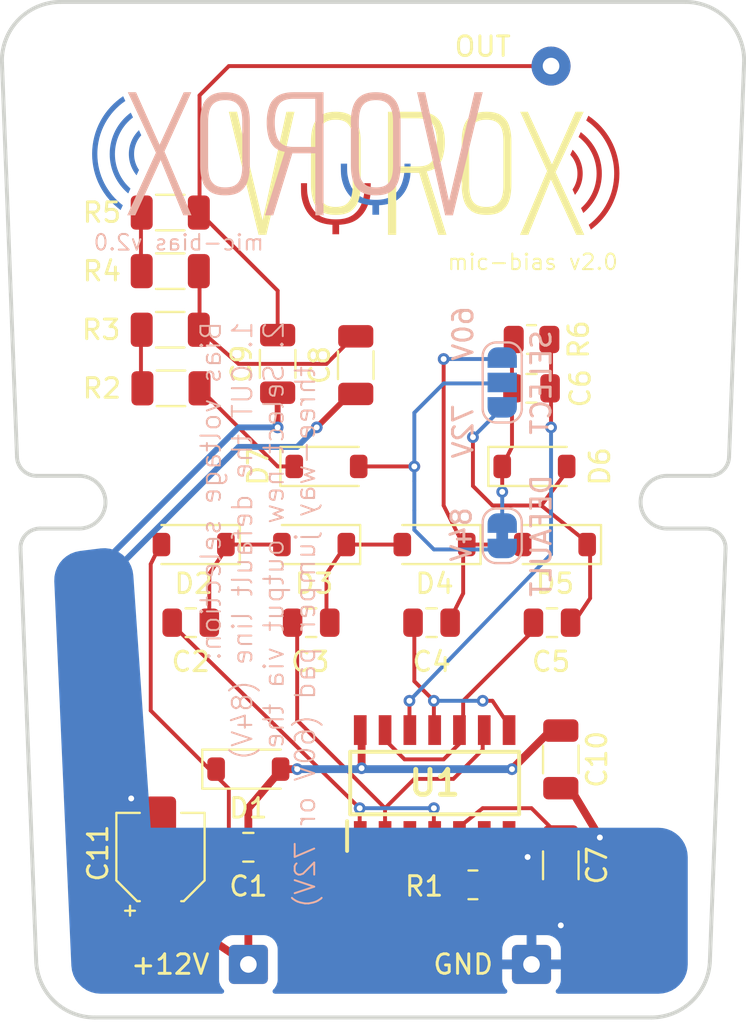
<source format=kicad_pcb>
(kicad_pcb (version 20241229) (generator "pcbnew") (generator_version "9.0")
  (layers (0 "F.Cu" signal) (2 "B.Cu" signal) (13 "F.Paste" user) (15 "B.Paste" user) (5 "F.SilkS" user "F.Silkscreen") (7 "B.SilkS" user "B.Silkscreen") (1 "F.Mask" user) (3 "B.Mask" user) (25 "Edge.Cuts" user))
  (net 0 "")
  (net 1 "Net-(D1-A)")
  (net 2 "Net-(D1-K)")
  (net 3 "Net-(U1A-G)")
  (net 4 "Net-(U1B-B)")
  (net 5 "Net-(D2-K)")
  (net 6 "Net-(U1C-C)")
  (net 7 "Net-(D3-K)")
  (net 8 "Net-(D4-K)")
  (net 9 "Net-(U1D-J)")
  (net 10 "Net-(U1E-K)")
  (net 11 "Net-(D5-K)")
  (net 12 "Net-(D6-K)")
  (net 13 "Net-(U1F-L)")
  (net 14 "Net-(U1A-A)")
  (net 15 "GND")
  (net 16 "Net-(C8-Pad2)")
  (net 17 "Net-(D7-K)")
  (net 18 "Net-(R2-Pad1)")
  (net 19 "Net-(R4-Pad1)")
  (net 20 "Net-(C9-Pad2)")
  (net 21 "Net-(D7-A)")
  (footprint "Capacitor_SMD:C_0805_2012Metric" (layer "F.Cu") (at 60.716667 64.5 180)
    (property "Reference" "C3" (at 0.05 -2 0) (layer "F.SilkS"))
    (property "Value" "10nF")
    (pad "1" smd roundrect (at -0.95 0 180) (size 1 1.45) (layers "F.Cu" "F.Mask" "F.Paste") (net 7 "Net-(D3-K)"))
    (pad "2" smd roundrect (at 0.95 0 180) (size 1 1.45) (layers "F.Cu" "F.Mask" "F.Paste") (net 3 "Net-(U1A-G)"))
  )
  (footprint "Diode_SMD:D_SOD-123" (layer "F.Cu") (at 73.2 60.5 180)
    (property "Reference" "D5" (at 0 -2 0) (layer "F.SilkS"))
    (property "Value" "1N4148W")
    (pad "1" smd roundrect (at -1.65 0 180) (size 0.9 1.2) (layers "F.Cu" "F.Mask" "F.Paste") (net 11 "Net-(D5-K)"))
    (pad "2" smd roundrect (at 1.65 0 180) (size 0.9 1.2) (layers "F.Cu" "F.Mask" "F.Paste") (net 8 "Net-(D4-K)"))
  )
  (footprint "Connector_Wire:SolderWire-0.25sqmm_1x01_D0.65mm_OD2mm" (layer "F.Cu") (at 72 82)
    (property "Reference" "GND" (at -3.5 0 0) (layer "F.SilkS"))
    (property "Value" "~")
    (pad "1" thru_hole roundrect (at 0 0) (size 2 2) (drill 0.85) (layers "*.Cu" "*.Mask") (roundrect_rratio 0.125) (net 15 "GND"))
  )
  (footprint "Resistor_SMD:R_1206_3216Metric" (layer "F.Cu") (at 53.5 49.5 180)
    (property "Reference" "R3" (at 3.5375 0 0) (layer "F.SilkS"))
    (property "Value" "510k")
    (pad "1" smd roundrect (at -1.4625 0 180) (size 1.125 1.75) (layers "F.Cu" "F.Mask" "F.Paste") (roundrect_rratio 0.222222) (net 16 "Net-(C8-Pad2)"))
    (pad "2" smd roundrect (at 1.4625 0 180) (size 1.125 1.75) (layers "F.Cu" "F.Mask" "F.Paste") (roundrect_rratio 0.222222) (net 18 "Net-(R2-Pad1)"))
  )
  (footprint "Capacitor_SMD:C_1206_3216Metric" (layer "F.Cu") (at 73.5 76.924 -90)
    (property "Reference" "C7" (at 0 -1.85 270) (layer "F.SilkS"))
    (property "Value" "1nF")
    (pad "1" smd roundrect (at -1.475 0 270) (size 1.15 1.8) (layers "F.Cu" "F.Mask" "F.Paste") (roundrect_rratio 0.217391) (net 6 "Net-(U1C-C)"))
    (pad "2" smd roundrect (at 1.475 0 270) (size 1.15 1.8) (layers "F.Cu" "F.Mask" "F.Paste") (roundrect_rratio 0.217391) (net 15 "GND"))
  )
  (footprint "Resistor_SMD:R_1206_3216Metric" (layer "F.Cu") (at 53.5 46.5)
    (property "Reference" "R4" (at -3.5 0 0) (layer "F.SilkS"))
    (property "Value" "510k")
    (pad "1" smd roundrect (at -1.4625 0) (size 1.125 1.75) (layers "F.Cu" "F.Mask" "F.Paste") (roundrect_rratio 0.222222) (net 19 "Net-(R4-Pad1)"))
    (pad "2" smd roundrect (at 1.4625 0) (size 1.125 1.75) (layers "F.Cu" "F.Mask" "F.Paste") (roundrect_rratio 0.222222) (net 16 "Net-(C8-Pad2)"))
  )
  (footprint "Diode_SMD:D_SOD-123" (layer "F.Cu") (at 54.7 60.5 180)
    (property "Reference" "D2" (at 0 -2 0) (layer "F.SilkS"))
    (property "Value" "1N4148W")
    (pad "1" smd roundrect (at -1.65 0 180) (size 0.9 1.2) (layers "F.Cu" "F.Mask" "F.Paste") (net 5 "Net-(D2-K)"))
    (pad "2" smd roundrect (at 1.65 0 180) (size 0.9 1.2) (layers "F.Cu" "F.Mask" "F.Paste") (net 2 "Net-(D1-K)"))
  )
  (footprint "Diode_SMD:D_SOD-123" (layer "F.Cu") (at 72.15 56.5)
    (property "Reference" "D6" (at 3.35 0 90) (layer "F.SilkS"))
    (property "Value" "1N4148W")
    (pad "1" smd roundrect (at -1.65 0) (size 0.9 1.2) (layers "F.Cu" "F.Mask" "F.Paste") (net 12 "Net-(D6-K)"))
    (pad "2" smd roundrect (at 1.65 0) (size 0.9 1.2) (layers "F.Cu" "F.Mask" "F.Paste") (net 11 "Net-(D5-K)"))
  )
  (footprint "01_LDC-footprints:SOIC127P600X175-14N" (layer "F.Cu") (at 67.04 72.712 90)
    (property "Reference" "U1" (at 0 0 180) (layer "F.SilkS") (effects (font (size 1.27 1.27) (thickness 0.254))))
    (property "Value" "HCF40106_Hex-Inverter" (hide yes))
    (pad "1" smd rect (at -2.712 -3.81 180) (size 0.65 1.525) (layers "F.Cu" "F.Mask" "F.Paste") (net 14 "Net-(U1A-A)"))
    (pad "2" smd rect (at -2.712 -2.54 180) (size 0.65 1.525) (layers "F.Cu" "F.Mask" "F.Paste") (net 3 "Net-(U1A-G)"))
    (pad "3" smd rect (at -2.712 -1.27 180) (size 0.65 1.525) (layers "F.Cu" "F.Mask" "F.Paste") (net 4 "Net-(U1B-B)"))
    (pad "4" smd rect (at -2.712 0 180) (size 0.65 1.525) (layers "F.Cu" "F.Mask" "F.Paste") (net 14 "Net-(U1A-A)"))
    (pad "5" smd rect (at -2.712 1.27 180) (size 0.65 1.525) (layers "F.Cu" "F.Mask" "F.Paste") (net 6 "Net-(U1C-C)"))
    (pad "6" smd rect (at -2.712 2.54 180) (size 0.65 1.525) (layers "F.Cu" "F.Mask" "F.Paste") (net 4 "Net-(U1B-B)"))
    (pad "7" smd rect (at -2.712 3.81 180) (size 0.65 1.525) (layers "F.Cu" "F.Mask" "F.Paste") (net 15 "GND"))
    (pad "8" smd rect (at 2.712 3.81 180) (size 0.65 1.525) (layers "F.Cu" "F.Mask" "F.Paste") (net 9 "Net-(U1D-J)"))
    (pad "9" smd rect (at 2.712 2.54 180) (size 0.65 1.525) (layers "F.Cu" "F.Mask" "F.Paste") (net 3 "Net-(U1A-G)"))
    (pad "10" smd rect (at 2.712 1.27 180) (size 0.65 1.525) (layers "F.Cu" "F.Mask" "F.Paste") (net 10 "Net-(U1E-K)"))
    (pad "11" smd rect (at 2.712 0 180) (size 0.65 1.525) (layers "F.Cu" "F.Mask" "F.Paste") (net 9 "Net-(U1D-J)"))
    (pad "12" smd rect (at 2.712 -1.27 180) (size 0.65 1.525) (layers "F.Cu" "F.Mask" "F.Paste") (net 13 "Net-(U1F-L)"))
    (pad "13" smd rect (at 2.712 -2.54 180) (size 0.65 1.525) (layers "F.Cu" "F.Mask" "F.Paste") (net 10 "Net-(U1E-K)"))
    (pad "14" smd rect (at 2.712 -3.81 180) (size 0.65 1.525) (layers "F.Cu" "F.Mask" "F.Paste") (net 1 "Net-(D1-A)"))
  )
  (footprint "Capacitor_SMD:C_1206_3216Metric" (layer "F.Cu") (at 63 51.3125 90)
    (property "Reference" "C8" (at 0 -1.85 90) (layer "F.SilkS"))
    (property "Value" "100nF")
    (pad "1" smd roundrect (at -1.475 0 90) (size 1.15 1.8) (layers "F.Cu" "F.Mask" "F.Paste") (roundrect_rratio 0.217391) (net 15 "GND"))
    (pad "2" smd roundrect (at 1.475 0 90) (size 1.15 1.8) (layers "F.Cu" "F.Mask" "F.Paste") (roundrect_rratio 0.217391) (net 16 "Net-(C8-Pad2)"))
  )
  (footprint "Resistor_SMD:R_1206_3216Metric" (layer "F.Cu") (at 53.5 43.5 180)
    (property "Reference" "R5" (at 3.5 0 0) (layer "F.SilkS"))
    (property "Value" "510k")
    (pad "1" smd roundrect (at -1.4625 0 180) (size 1.125 1.75) (layers "F.Cu" "F.Mask" "F.Paste") (roundrect_rratio 0.222222) (net 20 "Net-(C9-Pad2)"))
    (pad "2" smd roundrect (at 1.4625 0 180) (size 1.125 1.75) (layers "F.Cu" "F.Mask" "F.Paste") (roundrect_rratio 0.222222) (net 19 "Net-(R4-Pad1)"))
  )
  (footprint "Diode_SMD:D_SOD-123" (layer "F.Cu") (at 67.033333 60.5 180)
    (property "Reference" "D4" (at 0 -2 0) (layer "F.SilkS"))
    (property "Value" "1N4148W")
    (pad "1" smd roundrect (at -1.65 0 180) (size 0.9 1.2) (layers "F.Cu" "F.Mask" "F.Paste") (net 8 "Net-(D4-K)"))
    (pad "2" smd roundrect (at 1.65 0 180) (size 0.9 1.2) (layers "F.Cu" "F.Mask" "F.Paste") (net 7 "Net-(D3-K)"))
  )
  (footprint "Capacitor_SMD:C_0805_2012Metric" (layer "F.Cu") (at 57.5 76)
    (property "Reference" "C1" (at 0 2 0) (layer "F.SilkS"))
    (property "Value" "10nF")
    (pad "1" smd roundrect (at -0.95 0) (size 1 1.45) (layers "F.Cu" "F.Mask" "F.Paste") (net 2 "Net-(D1-K)"))
    (pad "2" smd roundrect (at 0.95 0) (size 1 1.45) (layers "F.Cu" "F.Mask" "F.Paste") (net 4 "Net-(U1B-B)"))
  )
  (footprint "Capacitor_SMD:C_1206_3216Metric" (layer "F.Cu") (at 73.5 71.5 -90)
    (property "Reference" "C10" (at 0 -1.85 270) (layer "F.SilkS"))
    (property "Value" "100nF")
    (pad "1" smd roundrect (at -1.475 0 270) (size 1.15 1.8) (layers "F.Cu" "F.Mask" "F.Paste") (roundrect_rratio 0.217391) (net 1 "Net-(D1-A)"))
    (pad "2" smd roundrect (at 1.475 0 270) (size 1.15 1.8) (layers "F.Cu" "F.Mask" "F.Paste") (roundrect_rratio 0.217391) (net 15 "GND"))
  )
  (footprint "Diode_SMD:D_SOD-123" (layer "F.Cu") (at 61.5 56.5)
    (property "Reference" "D7" (at -3.5 0 90) (layer "F.SilkS"))
    (property "Value" "1N4148W")
    (pad "1" smd roundrect (at -1.65 0) (size 0.9 1.2) (layers "F.Cu" "F.Mask" "F.Paste") (net 17 "Net-(D7-K)"))
    (pad "2" smd roundrect (at 1.65 0) (size 0.9 1.2) (layers "F.Cu" "F.Mask" "F.Paste") (net 21 "Net-(D7-A)"))
  )
  (footprint "Resistor_SMD:R_1206_3216Metric" (layer "F.Cu") (at 53.5375 52.5)
    (property "Reference" "R2" (at -3.5375 0 0) (layer "F.SilkS"))
    (property "Value" "510k")
    (pad "1" smd roundrect (at -1.4625 0) (size 1.125 1.75) (layers "F.Cu" "F.Mask" "F.Paste") (roundrect_rratio 0.222222) (net 18 "Net-(R2-Pad1)"))
    (pad "2" smd roundrect (at 1.4625 0) (size 1.125 1.75) (layers "F.Cu" "F.Mask" "F.Paste") (roundrect_rratio 0.222222) (net 17 "Net-(D7-K)"))
  )
  (footprint "Diode_SMD:D_SOD-123" (layer "F.Cu") (at 60.866667 60.5 180)
    (property "Reference" "D3" (at 0 -2 0) (layer "F.SilkS"))
    (property "Value" "1N4148W")
    (pad "1" smd roundrect (at -1.65 0 180) (size 0.9 1.2) (layers "F.Cu" "F.Mask" "F.Paste") (net 7 "Net-(D3-K)"))
    (pad "2" smd roundrect (at 1.65 0 180) (size 0.9 1.2) (layers "F.Cu" "F.Mask" "F.Paste") (net 5 "Net-(D2-K)"))
  )
  (footprint "Connector_Wire:SolderWire-0.25sqmm_1x01_D0.65mm_OD2mm" (layer "F.Cu") (at 57.5 82)
    (property "Reference" "+12V" (at -4 0 0) (layer "F.SilkS"))
    (property "Value" "~")
    (pad "1" thru_hole roundrect (at 0 0) (size 2 2) (drill 0.85) (layers "*.Cu" "*.Mask") (roundrect_rratio 0.125) (net 1 "Net-(D1-A)"))
  )
  (footprint "Capacitor_SMD:C_0805_2012Metric" (layer "F.Cu") (at 73.05 64.5 180)
    (property "Reference" "C5" (at 0.05 -2 0) (layer "F.SilkS"))
    (property "Value" "10nF")
    (pad "1" smd roundrect (at -0.95 0 180) (size 1 1.45) (layers "F.Cu" "F.Mask" "F.Paste") (net 11 "Net-(D5-K)"))
    (pad "2" smd roundrect (at 0.95 0 180) (size 1 1.45) (layers "F.Cu" "F.Mask" "F.Paste") (net 10 "Net-(U1E-K)"))
  )
  (footprint "Resistor_SMD:R_0805_2012Metric" (layer "F.Cu") (at 72 50)
    (property "Reference" "R6" (at 2.4125 0 90) (layer "F.SilkS"))
    (property "Value" "100M")
    (pad "1" smd roundrect (at -0.9125 0) (size 1.025 1.4) (layers "F.Cu" "F.Mask" "F.Paste") (roundrect_rratio 0.243902) (net 12 "Net-(D6-K)"))
    (pad "2" smd roundrect (at 0.9125 0) (size 1.025 1.4) (layers "F.Cu" "F.Mask" "F.Paste") (roundrect_rratio 0.243902) (net 13 "Net-(U1F-L)"))
  )
  (footprint "Connector_Wire:SolderWire-0.25sqmm_1x01_D0.65mm_OD2mm" (layer "F.Cu") (at 73 36)
    (property "Reference" "OUT" (at -3.5 -1 0) (layer "F.SilkS"))
    (property "Value" "~" (hide yes))
    (pad "1" thru_hole circle (at 0 0) (size 2 2) (drill 0.85) (layers "*.Cu" "*.Mask") (net 20 "Net-(C9-Pad2)"))
  )
  (footprint "Capacitor_SMD:C_1206_3216Metric" (layer "F.Cu") (at 59 51.25 90)
    (property "Reference" "C9" (at 0 -1.85 90) (layer "F.SilkS"))
    (property "Value" "100nF")
    (pad "1" smd roundrect (at -1.475 0 90) (size 1.15 1.8) (layers "F.Cu" "F.Mask" "F.Paste") (roundrect_rratio 0.217391) (net 15 "GND"))
    (pad "2" smd roundrect (at 1.475 0 90) (size 1.15 1.8) (layers "F.Cu" "F.Mask" "F.Paste") (roundrect_rratio 0.217391) (net 20 "Net-(C9-Pad2)"))
  )
  (footprint "Resistor_SMD:R_0805_2012Metric" (layer "F.Cu") (at 69 77.924 180)
    (property "Reference" "R1" (at 2.5 -0.076 0) (layer "F.SilkS"))
    (property "Value" "10k")
    (pad "1" smd roundrect (at -0.9125 0 180) (size 1.025 1.4) (layers "F.Cu" "F.Mask" "F.Paste") (roundrect_rratio 0.243902) (net 4 "Net-(U1B-B)"))
    (pad "2" smd roundrect (at 0.9125 0 180) (size 1.025 1.4) (layers "F.Cu" "F.Mask" "F.Paste") (roundrect_rratio 0.243902) (net 6 "Net-(U1C-C)"))
  )
  (footprint "Capacitor_SMD:C_0805_2012Metric" (layer "F.Cu") (at 72 52.5)
    (property "Reference" "C6" (at 2.5 0 90) (layer "F.SilkS"))
    (property "Value" "10nF")
    (pad "1" smd roundrect (at -0.95 0) (size 1 1.45) (layers "F.Cu" "F.Mask" "F.Paste") (net 12 "Net-(D6-K)"))
    (pad "2" smd roundrect (at 0.95 0) (size 1 1.45) (layers "F.Cu" "F.Mask" "F.Paste") (net 13 "Net-(U1F-L)"))
  )
  (footprint "Capacitor_SMD:CP_Elec_4x5.4" (layer "F.Cu") (at 53 76.5 90)
    (property "Reference" "C11" (at 0.2 -3.2 90) (layer "F.SilkS"))
    (property "Value" "4,7uF")
    (pad "1" smd roundrect (at -1.8 0 90) (size 2.6 1.6) (layers "F.Cu" "F.Mask" "F.Paste") (roundrect_rratio 0.15625) (net 1 "Net-(D1-A)"))
    (pad "2" smd roundrect (at 1.8 0 90) (size 2.6 1.6) (layers "F.Cu" "F.Mask" "F.Paste") (roundrect_rratio 0.15625) (net 15 "GND"))
  )
  (footprint "Diode_SMD:D_SOD-123" (layer "F.Cu") (at 57.5 72)
    (property "Reference" "D1" (at 0 2 0) (layer "F.SilkS"))
    (property "Value" "1N4148W")
    (pad "1" smd roundrect (at -1.65 0) (size 0.9 1.2) (layers "F.Cu" "F.Mask" "F.Paste") (net 2 "Net-(D1-K)"))
    (pad "2" smd roundrect (at 1.65 0) (size 0.9 1.2) (layers "F.Cu" "F.Mask" "F.Paste") (net 1 "Net-(D1-A)"))
  )
  (footprint "Capacitor_SMD:C_0805_2012Metric" (layer "F.Cu") (at 54.55 64.5 180)
    (property "Reference" "C2" (at 0 -2 0) (layer "F.SilkS"))
    (property "Value" "10nF")
    (pad "1" smd roundrect (at -0.95 0 180) (size 1 1.45) (layers "F.Cu" "F.Mask" "F.Paste") (net 5 "Net-(D2-K)"))
    (pad "2" smd roundrect (at 0.95 0 180) (size 1 1.45) (layers "F.Cu" "F.Mask" "F.Paste") (net 14 "Net-(U1A-A)"))
  )
  (footprint "01_Custom:VOROX_logo" (layer "F.Cu") (at 58.226613 43.902856)
    (property "Reference" "REF**" (hide yes))
    (property "Value" "VOROX_logo")
    (fp_poly (pts (xy 15.935631 -3.561723) (xy 15.990942 -3.499382) (xy 16.043217 -3.434402) (xy 16.09234 -3.366892) (xy 16.138196 -3.296966) (xy 16.18067 -3.224734) (xy 16.219646 -3.150309) (xy 16.255009 -3.073802) (xy 16.286643 -2.995325) (xy 16.314434 -2.914989) (xy 16.338266 -2.832907) (xy 16.358024 -2.74919) (xy 16.373591 -2.66395) (xy 16.384854 -2.577298) (xy 16.391696 -2.489347) (xy 16.394002 -2.400207) (xy 16.392272 -2.322927) (xy 16.387133 -2.246521) (xy 16.378658 -2.171063) (xy 16.366921 -2.096627) (xy 16.351999 -2.023285) (xy 16.333964 -1.95111) (xy 16.312892 -1.880177) (xy 16.288856 -1.810557) (xy 16.261932 -1.742324) (xy 16.232194 -1.67555) (xy 16.199717 -1.610311) (xy 16.164574 -1.546677) (xy 16.12684 -1.484723) (xy 16.08659 -1.424521) (xy 16.043899 -1.366145) (xy 15.99884 -1.309668) (xy 15.872836 -1.584313) (xy 15.901969 -1.628335) (xy 15.929518 -1.673467) (xy 15.955443 -1.71967) (xy 15.979704 -1.766904) (xy 16.00226 -1.815133) (xy 16.023069 -1.864316) (xy 16.04209 -1.914416) (xy 16.059283 -1.965394) (xy 16.074607 -2.017212) (xy 16.08802 -2.069831) (xy 16.099482 -2.123212) (xy 16.108952 -2.177317) (xy 16.116388 -2.232108) (xy 16.121751 -2.287545) (xy 16.124999 -2.343591) (xy 16.12609 -2.400207) (xy 16.124459 -2.469271) (xy 16.119614 -2.53746) (xy 16.111632 -2.604706) (xy 16.100588 -2.67094) (xy 16.086558 -2.736092) (xy 16.069617 -2.800095) (xy 16.049842 -2.862879) (xy 16.027307 -2.924375) (xy 16.002089 -2.984514) (xy 15.974262 -3.043227) (xy 15.943903 -3.100446) (xy 15.911088 -3.156101) (xy 15.875891 -3.210123) (xy 15.838388 -3.262444) (xy 15.798655 -3.312995) (xy 15.756769 -3.361706) (xy 15.877399 -3.621311)) (fill yes) (layer "F.Cu"))
    (fp_poly (pts (xy 16.41533 -4.427722) (xy 16.529499 -4.328085) (xy 16.637742 -4.222131) (xy 16.73977 -4.110146) (xy 16.835295 -3.992417) (xy 16.924028 -3.86923) (xy 17.00568 -3.740872) (xy 17.079962 -3.607629) (xy 17.146587 -3.469788) (xy 17.205265 -3.327634) (xy 17.255707 -3.181456) (xy 17.297626 -3.031538) (xy 17.330732 -2.878168) (xy 17.354736 -2.721632) (xy 17.36935 -2.562216) (xy 17.374286 -2.400207) (xy 17.369995 -2.24908) (xy 17.357276 -2.100186) (xy 17.336364 -1.953757) (xy 17.307492 -1.810026) (xy 17.270893 -1.669226) (xy 17.226802 -1.53159) (xy 17.175451 -1.39735) (xy 17.117075 -1.266739) (xy 17.051906 -1.139989) (xy 16.980179 -1.017334) (xy 16.902127 -0.899006) (xy 16.817983 -0.785238) (xy 16.727982 -0.676263) (xy 16.632356 -0.572313) (xy 16.53134 -0.473621) (xy 16.425166 -0.380419) (xy 16.30953 -0.632424) (xy 16.39901 -0.715706) (xy 16.484074 -0.803478) (xy 16.564532 -0.895553) (xy 16.640198 -0.991749) (xy 16.710886 -1.091879) (xy 16.776408 -1.19576) (xy 16.836577 -1.303206) (xy 16.891207 -1.414033) (xy 16.94011 -1.528057) (xy 16.983099 -1.645092) (xy 17.019987 -1.764954) (xy 17.050588 -1.887459) (xy 17.074714 -2.012421) (xy 17.092178 -2.139656) (xy 17.102794 -2.26898) (xy 17.106374 -2.400207) (xy 17.102162 -2.542533) (xy 17.089686 -2.682601) (xy 17.069185 -2.820174) (xy 17.040896 -2.955017) (xy 17.005058 -3.086891) (xy 16.961909 -3.215562) (xy 16.911689 -3.340791) (xy 16.854635 -3.462344) (xy 16.790986 -3.579984) (xy 16.720981 -3.693473) (xy 16.644857 -3.802576) (xy 16.562854 -3.907056) (xy 16.47521 -4.006677) (xy 16.382163 -4.101201) (xy 16.283953 -4.190394) (xy 16.180816 -4.274017) (xy 16.295524 -4.520756)) (fill yes) (layer "F.Cu"))
    (fp_poly (pts (xy 16.861534 -5.236791) (xy 17.028939 -5.102342) (xy 17.187838 -4.958132) (xy 17.337781 -4.804611) (xy 17.478317 -4.64223) (xy 17.608997 -4.47144) (xy 17.729368 -4.292693) (xy 17.838982 -4.106437) (xy 17.937388 -3.913125) (xy 18.024134 -3.713206) (xy 18.098771 -3.507132) (xy 18.160847 -3.295354) (xy 18.209914 -3.078321) (xy 18.245519 -2.856486) (xy 18.267212 -2.630297) (xy 18.274543 -2.400207) (xy 18.267864 -2.180584) (xy 18.248088 -1.964497) (xy 18.215607 -1.752337) (xy 18.170813 -1.544494) (xy 18.114097 -1.341361) (xy 18.045852 -1.143328) (xy 17.966468 -0.950787) (xy 17.876338 -0.764128) (xy 17.775853 -0.583743) (xy 17.665406 -0.410022) (xy 17.545388 -0.243358) (xy 17.41619 -0.08414) (xy 17.278205 0.06724) (xy 17.131824 0.210391) (xy 16.977439 0.344921) (xy 16.815442 0.47044) (xy 16.702251 0.223699) (xy 16.847446 0.107559) (xy 16.98574 -0.016554) (xy 17.116791 -0.148297) (xy 17.24026 -0.28733) (xy 17.355807 -0.433312) (xy 17.46309 -0.585902) (xy 17.561771 -0.744758) (xy 17.651508 -0.90954) (xy 17.731963 -1.079907) (xy 17.802793 -1.255518) (xy 17.86366 -1.436032) (xy 17.914223 -1.621107) (xy 17.954142 -1.810404) (xy 17.983077 -2.00358) (xy 18.000687 -2.200295) (xy 18.006633 -2.400207) (xy 18.004976 -2.505894) (xy 18.000038 -2.610739) (xy 17.991868 -2.714691) (xy 17.980516 -2.817702) (xy 17.966032 -2.91972) (xy 17.948466 -3.020697) (xy 17.904286 -3.219325) (xy 17.848372 -3.413187) (xy 17.781123 -3.601885) (xy 17.702936 -3.78502) (xy 17.614209 -3.962192) (xy 17.51534 -4.133003) (xy 17.406726 -4.297054) (xy 17.288764 -4.453946) (xy 17.161853 -4.60328) (xy 17.02639 -4.744657) (xy 16.882773 -4.877678) (xy 16.731399 -5.001945) (xy 16.572665 -5.117058) (xy 16.686073 -5.361028) (xy 16.686075 -5.361028)) (fill yes) (layer "F.Cu"))
    (fp_poly (pts (xy 2.278552 -1.869951) (xy 2.278958 -1.733278) (xy 2.28072 -1.617976) (xy 2.284649 -1.518305) (xy 2.287681 -1.472537) (xy 2.291559 -1.428526) (xy 2.296386 -1.385552) (xy 2.302262 -1.342899) (xy 2.309291 -1.29985) (xy 2.317572 -1.255687) (xy 2.327209 -1.209692) (xy 2.338302 -1.161149) (xy 2.365263 -1.053547) (xy 2.365272 -1.053466) (xy 2.365281 -1.053386) (xy 2.365294 -1.053225) (xy 2.365318 -1.052897) (xy 2.381633 -0.995734) (xy 2.399569 -0.939994) (xy 2.419121 -0.885696) (xy 2.440284 -0.832857) (xy 2.463052 -0.781494) (xy 2.487419 -0.731626) (xy 2.513381 -0.68327) (xy 2.540933 -0.636444) (xy 2.570068 -0.591165) (xy 2.600782 -0.547451) (xy 2.633069 -0.505321) (xy 2.666925 -0.464791) (xy 2.702342 -0.425879) (xy 2.739318 -0.388603) (xy 2.777845 -0.352981) (xy 2.817919 -0.319031) (xy 2.81819 -0.318798) (xy 2.818461 -0.318566) (xy 2.819005 -0.318108) (xy 2.862958 -0.285484) (xy 2.908854 -0.255099) (xy 2.956684 -0.226934) (xy 3.006437 -0.200971) (xy 3.058104 -0.177192) (xy 3.111674 -0.155578) (xy 3.16714 -0.13611) (xy 3.22449 -0.11877) (xy 3.283716 -0.103539) (xy 3.344807 -0.090399) (xy 3.407754 -0.079331) (xy 3.472548 -0.070318) (xy 3.539178 -0.063339) (xy 3.607635 -0.058377) (xy 3.67791 -0.055414) (xy 3.749992 -0.05443) (xy 3.82201 -0.055412) (xy 3.892156 -0.058371) (xy 3.96042 -0.063327) (xy 4.026791 -0.070301) (xy 4.09126 -0.079314) (xy 4.153817 -0.090385) (xy 4.214452 -0.103536) (xy 4.273154 -0.118786) (xy 4.329915 -0.136155) (xy 4.384723 -0.155665) (xy 4.43757 -0.177336) (xy 4.488444 -0.201188) (xy 4.537336 -0.227241) (xy 4.584237 -0.255516) (xy 4.629135 -0.286033) (xy 4.672022 -0.318814) (xy 4.713234 -0.352711) (xy 4.752839 -0.388291) (xy 4.79083 -0.425536) (xy 4.8272 -0.464427) (xy 4.861942 -0.504947) (xy 4.895049 -0.547077) (xy 4.926515 -0.590798) (xy 4.956331 -0.636093) (xy 4.984492 -0.682942) (xy 5.01099 -0.731329) (xy 5.035818 -0.781234) (xy 5.058969 -0.832639) (xy 5.080436 -0.885526) (xy 5.100213 -0.939877) (xy 5.118291 -0.995673) (xy 5.134665 -1.052897) (xy 5.134677 -1.052977) (xy 5.13469 -1.053058) (xy 5.134721 -1.053219) (xy 5.134751 -1.053382) (xy 5.134764 -1.053464) (xy 5.134776 -1.053547) (xy 5.161522 -1.160457) (xy 5.181687 -1.253179) (xy 5.189593 -1.296131) (xy 5.196202 -1.337828) (xy 5.20163 -1.379036) (xy 5.205994 -1.420518) (xy 5.211993 -1.507362) (xy 5.215127 -1.604475) (xy 5.216327 -1.717969) (xy 5.21652 -1.85396) (xy 5.21652 -1.906313) (xy 5.538852 -1.906313) (xy 5.536774 -1.616404) (xy 5.534799 -1.498768) (xy 5.529987 -1.391575) (xy 5.525999 -1.340073) (xy 5.520678 -1.288997) (xy 5.513817 -1.237617) (xy 5.50521 -1.185205) (xy 5.494648 -1.131033) (xy 5.481924 -1.074372) (xy 5.46683 -1.014494) (xy 5.449158 -0.95067) (xy 5.428463 -0.88305) (xy 5.40588 -0.817298) (xy 5.381404 -0.753398) (xy 5.355026 -0.691335) (xy 5.326738 -0.631095) (xy 5.296533 -0.572661) (xy 5.264403 -0.516018) (xy 5.23034 -0.461152) (xy 5.194337 -0.408047) (xy 5.156385 -0.356688) (xy 5.116478 -0.307059) (xy 5.074607 -0.259146) (xy 5.030764 -0.212933) (xy 4.984942 -0.168404) (xy 4.937134 -0.125546) (xy 4.887331 -0.084341) (xy 4.887052 -0.084175) (xy 4.837223 -0.04717) (xy 4.784604 -0.012412) (xy 4.729189 0.020079) (xy 4.670966 0.050283) (xy 4.609927 0.078182) (xy 4.546062 0.103755) (xy 4.479363 0.126985) (xy 4.40982 0.147851) (xy 4.337424 0.166334) (xy 4.262165 0.182416) (xy 4.184035 0.196076) (xy 4.103024 0.207296) (xy 4.019123 0.216056) (xy 3.932323 0.222336) (xy 3.920724 0.222826) (xy 3.920724 0.708952) (xy 3.579306 0.708952) (xy 3.579306 0.222834) (xy 3.567581 0.22234) (xy 3.48062 0.216063) (xy 3.396475 0.207305) (xy 3.315137 0.196086) (xy 3.236596 0.182424) (xy 3.160842 0.166336) (xy 3.087866 0.147841) (xy 3.017659 0.126956) (xy 2.950211 0.103701) (xy 2.885512 0.078093) (xy 2.823554 0.050149) (xy 2.764326 0.019889) (xy 2.70782 -0.012669) (xy 2.654026 -0.047509) (xy 2.602934 -0.08461) (xy 2.554404 -0.125744) (xy 2.507776 -0.168535) (xy 2.463045 -0.212998) (xy 2.420204 -0.259149) (xy 2.379246 -0.307003) (xy 2.340164 -0.356575) (xy 2.302953 -0.40788) (xy 2.267606 -0.460934) (xy 2.234116 -0.515751) (xy 2.202477 -0.572347) (xy 2.172682 -0.630737) (xy 2.144725 -0.690935) (xy 2.1186 -0.752958) (xy 2.0943 -0.816821) (xy 2.071819 -0.882538) (xy 2.051149 -0.950125) (xy 2.051138 -0.950158) (xy 2.051124 -0.950192) (xy 2.051093 -0.950264) (xy 2.051078 -0.950301) (xy 2.051063 -0.950336) (xy 2.05105 -0.950371) (xy 2.051044 -0.950387) (xy 2.051039 -0.950403) (xy 2.051033 -0.950424) (xy 2.051027 -0.950444) (xy 2.051021 -0.950464) (xy 2.051014 -0.950483) (xy 2.051006 -0.950501) (xy 2.050999 -0.950519) (xy 2.050983 -0.950553) (xy 2.050952 -0.950619) (xy 2.050945 -0.950635) (xy 2.050939 -0.95065) (xy 2.050933 -0.950666) (xy 2.050927 -0.950682) (xy 2.033467 -1.015231) (xy 2.018716 -1.075738) (xy 2.006447 -1.132929) (xy 1.996429 -1.187534) (xy 1.988434 -1.240282) (xy 1.982233 -1.291901) (xy 1.977598 -1.34312) (xy 1.974299 -1.394667) (xy 1.970794 -1.501662) (xy 1.969887 -1.618715) (xy 1.968546 -1.906313) (xy 2.278552 -1.906313)) (fill yes) (layer "F.Cu"))
  )
  (footprint "Capacitor_SMD:C_0805_2012Metric" (layer "F.Cu") (at 66.883333 64.5 180)
    (property "Reference" "C4" (at 0 -2 0) (layer "F.SilkS"))
    (property "Value" "10nF")
    (pad "1" smd roundrect (at -0.95 0 180) (size 1 1.45) (layers "F.Cu" "F.Mask" "F.Paste") (net 8 "Net-(D4-K)"))
    (pad "2" smd roundrect (at 0.95 0 180) (size 1 1.45) (layers "F.Cu" "F.Mask" "F.Paste") (net 9 "Net-(U1D-J)"))
  )
  (footprint "Jumper:SolderJumper-3_P1.3mm_Open_RoundedPad1.0x1.5mm_NumberLabels" (layer "B.Cu") (at 70.5 52.2 90)
    (property "Reference" "SELECT" (at 0 2 90) (layer "B.SilkS") (effects (justify mirror)))
    (property "Value" "SolderJumper_3_Open")
    (fp_text user "72V" (at -2.5 -2 90) (layer "B.SilkS") (effects (justify mirror)))
    (fp_text user "60V" (at 2.5 -2 90) (layer "B.SilkS") (effects (justify mirror)))
    (pad "1" smd custom (at -1.3 0 90) (size 1 0.5) (layers "B.Cu" "B.Mask") (net 11 "Net-(D5-K)") (options (clearance outline) (anchor rect)) (primitives (gr_circle (center 0 -0.25) (end 0.5 -0.25) (width 0) (fill yes)) (gr_circle (center 0 0.25) (end 0.5 0.25) (width 0) (fill yes)) (gr_poly (pts (xy 0.55 -0.75) (xy 0 -0.75) (xy 0 0.75) (xy 0.55 0.75)) (width 0) (fill yes))))
    (pad "2" smd rect (at 0 0 90) (size 1 1.5) (layers "B.Cu" "B.Mask") (net 21 "Net-(D7-A)"))
    (pad "3" smd custom (at 1.3 0 90) (size 1 0.5) (layers "B.Cu" "B.Mask") (net 8 "Net-(D4-K)") (options (clearance outline) (anchor rect)) (primitives (gr_circle (center 0 -0.25) (end 0.5 -0.25) (width 0) (fill yes)) (gr_circle (center 0 0.25) (end 0.5 0.25) (width 0) (fill yes)) (gr_poly (pts (xy 0 -0.75) (xy -0.55 -0.75) (xy -0.55 0.75) (xy 0 0.75)) (width 0) (fill yes))))
  )
  (footprint "01_Custom:VOROX_logo" (layer "B.Cu") (at 67.773387 42.902856 180)
    (property "Reference" "REF**" (hide yes))
    (property "Value" "VOROX_logo")
    (fp_poly (pts (xy 16.41533 4.427722) (xy 16.529499 4.328085) (xy 16.637742 4.222131) (xy 16.73977 4.110146) (xy 16.835295 3.992417) (xy 16.924028 3.86923) (xy 17.00568 3.740872) (xy 17.079962 3.607629) (xy 17.146587 3.469788) (xy 17.205265 3.327634) (xy 17.255707 3.181456) (xy 17.297626 3.031538) (xy 17.330732 2.878168) (xy 17.354736 2.721632) (xy 17.36935 2.562216) (xy 17.374286 2.400207) (xy 17.369995 2.24908) (xy 17.357276 2.100186) (xy 17.336364 1.953757) (xy 17.307492 1.810026) (xy 17.270893 1.669226) (xy 17.226802 1.53159) (xy 17.175451 1.39735) (xy 17.117075 1.266739) (xy 17.051906 1.139989) (xy 16.980179 1.017334) (xy 16.902127 0.899006) (xy 16.817983 0.785238) (xy 16.727982 0.676263) (xy 16.632356 0.572313) (xy 16.53134 0.473621) (xy 16.425166 0.380419) (xy 16.30953 0.632424) (xy 16.39901 0.715706) (xy 16.484074 0.803478) (xy 16.564532 0.895553) (xy 16.640198 0.991749) (xy 16.710886 1.091879) (xy 16.776408 1.19576) (xy 16.836577 1.303206) (xy 16.891207 1.414033) (xy 16.94011 1.528057) (xy 16.983099 1.645092) (xy 17.019987 1.764954) (xy 17.050588 1.887459) (xy 17.074714 2.012421) (xy 17.092178 2.139656) (xy 17.102794 2.26898) (xy 17.106374 2.400207) (xy 17.102162 2.542533) (xy 17.089686 2.682601) (xy 17.069185 2.820174) (xy 17.040896 2.955017) (xy 17.005058 3.086891) (xy 16.961909 3.215562) (xy 16.911689 3.340791) (xy 16.854635 3.462344) (xy 16.790986 3.579984) (xy 16.720981 3.693473) (xy 16.644857 3.802576) (xy 16.562854 3.907056) (xy 16.47521 4.006677) (xy 16.382163 4.101201) (xy 16.283953 4.190394) (xy 16.180816 4.274017) (xy 16.295524 4.520756)) (fill yes) (layer "B.Cu"))
    (fp_poly (pts (xy 15.935631 3.561723) (xy 15.990942 3.499382) (xy 16.043217 3.434402) (xy 16.09234 3.366892) (xy 16.138196 3.296966) (xy 16.18067 3.224734) (xy 16.219646 3.150309) (xy 16.255009 3.073802) (xy 16.286643 2.995325) (xy 16.314434 2.914989) (xy 16.338266 2.832907) (xy 16.358024 2.74919) (xy 16.373591 2.66395) (xy 16.384854 2.577298) (xy 16.391696 2.489347) (xy 16.394002 2.400207) (xy 16.392272 2.322927) (xy 16.387133 2.246521) (xy 16.378658 2.171063) (xy 16.366921 2.096627) (xy 16.351999 2.023285) (xy 16.333964 1.95111) (xy 16.312892 1.880177) (xy 16.288856 1.810557) (xy 16.261932 1.742324) (xy 16.232194 1.67555) (xy 16.199717 1.610311) (xy 16.164574 1.546677) (xy 16.12684 1.484723) (xy 16.08659 1.424521) (xy 16.043899 1.366145) (xy 15.99884 1.309668) (xy 15.872836 1.584313) (xy 15.901969 1.628335) (xy 15.929518 1.673467) (xy 15.955443 1.71967) (xy 15.979704 1.766904) (xy 16.00226 1.815133) (xy 16.023069 1.864316) (xy 16.04209 1.914416) (xy 16.059283 1.965394) (xy 16.074607 2.017212) (xy 16.08802 2.069831) (xy 16.099482 2.123212) (xy 16.108952 2.177317) (xy 16.116388 2.232108) (xy 16.121751 2.287545) (xy 16.124999 2.343591) (xy 16.12609 2.400207) (xy 16.124459 2.469271) (xy 16.119614 2.53746) (xy 16.111632 2.604706) (xy 16.100588 2.67094) (xy 16.086558 2.736092) (xy 16.069617 2.800095) (xy 16.049842 2.862879) (xy 16.027307 2.924375) (xy 16.002089 2.984514) (xy 15.974262 3.043227) (xy 15.943903 3.100446) (xy 15.911088 3.156101) (xy 15.875891 3.210123) (xy 15.838388 3.262444) (xy 15.798655 3.312995) (xy 15.756769 3.361706) (xy 15.877399 3.621311)) (fill yes) (layer "B.Cu"))
    (fp_poly (pts (xy 16.861534 5.236791) (xy 17.028939 5.102342) (xy 17.187838 4.958132) (xy 17.337781 4.804611) (xy 17.478317 4.64223) (xy 17.608997 4.47144) (xy 17.729368 4.292693) (xy 17.838982 4.106437) (xy 17.937388 3.913125) (xy 18.024134 3.713206) (xy 18.098771 3.507132) (xy 18.160847 3.295354) (xy 18.209914 3.078321) (xy 18.245519 2.856486) (xy 18.267212 2.630297) (xy 18.274543 2.400207) (xy 18.267864 2.180584) (xy 18.248088 1.964497) (xy 18.215607 1.752337) (xy 18.170813 1.544494) (xy 18.114097 1.341361) (xy 18.045852 1.143328) (xy 17.966468 0.950787) (xy 17.876338 0.764128) (xy 17.775853 0.583743) (xy 17.665406 0.410022) (xy 17.545388 0.243358) (xy 17.41619 0.08414) (xy 17.278205 -0.06724) (xy 17.131824 -0.210391) (xy 16.977439 -0.344921) (xy 16.815442 -0.47044) (xy 16.702251 -0.223699) (xy 16.847446 -0.107559) (xy 16.98574 0.016554) (xy 17.116791 0.148297) (xy 17.24026 0.28733) (xy 17.355807 0.433312) (xy 17.46309 0.585902) (xy 17.561771 0.744758) (xy 17.651508 0.90954) (xy 17.731963 1.079907) (xy 17.802793 1.255518) (xy 17.86366 1.436032) (xy 17.914223 1.621107) (xy 17.954142 1.810404) (xy 17.983077 2.00358) (xy 18.000687 2.200295) (xy 18.006633 2.400207) (xy 18.004976 2.505894) (xy 18.000038 2.610739) (xy 17.991868 2.714691) (xy 17.980516 2.817702) (xy 17.966032 2.91972) (xy 17.948466 3.020697) (xy 17.904286 3.219325) (xy 17.848372 3.413187) (xy 17.781123 3.601885) (xy 17.702936 3.78502) (xy 17.614209 3.962192) (xy 17.51534 4.133003) (xy 17.406726 4.297054) (xy 17.288764 4.453946) (xy 17.161853 4.60328) (xy 17.02639 4.744657) (xy 16.882773 4.877678) (xy 16.731399 5.001945) (xy 16.572665 5.117058) (xy 16.686073 5.361028) (xy 16.686075 5.361028)) (fill yes) (layer "B.Cu"))
    (fp_poly (pts (xy 2.278552 1.869951) (xy 2.278958 1.733278) (xy 2.28072 1.617976) (xy 2.284649 1.518305) (xy 2.287681 1.472537) (xy 2.291559 1.428526) (xy 2.296386 1.385552) (xy 2.302262 1.342899) (xy 2.309291 1.29985) (xy 2.317572 1.255687) (xy 2.327209 1.209692) (xy 2.338302 1.161149) (xy 2.365263 1.053547) (xy 2.365272 1.053466) (xy 2.365281 1.053386) (xy 2.365294 1.053225) (xy 2.365318 1.052897) (xy 2.381633 0.995734) (xy 2.399569 0.939994) (xy 2.419121 0.885696) (xy 2.440284 0.832857) (xy 2.463052 0.781494) (xy 2.487419 0.731626) (xy 2.513381 0.68327) (xy 2.540933 0.636444) (xy 2.570068 0.591165) (xy 2.600782 0.547451) (xy 2.633069 0.505321) (xy 2.666925 0.464791) (xy 2.702342 0.425879) (xy 2.739318 0.388603) (xy 2.777845 0.352981) (xy 2.817919 0.319031) (xy 2.81819 0.318798) (xy 2.818461 0.318566) (xy 2.819005 0.318108) (xy 2.862958 0.285484) (xy 2.908854 0.255099) (xy 2.956684 0.226934) (xy 3.006437 0.200971) (xy 3.058104 0.177192) (xy 3.111674 0.155578) (xy 3.16714 0.13611) (xy 3.22449 0.11877) (xy 3.283716 0.103539) (xy 3.344807 0.090399) (xy 3.407754 0.079331) (xy 3.472548 0.070318) (xy 3.539178 0.063339) (xy 3.607635 0.058377) (xy 3.67791 0.055414) (xy 3.749992 0.05443) (xy 3.82201 0.055412) (xy 3.892156 0.058371) (xy 3.96042 0.063327) (xy 4.026791 0.070301) (xy 4.09126 0.079314) (xy 4.153817 0.090385) (xy 4.214452 0.103536) (xy 4.273154 0.118786) (xy 4.329915 0.136155) (xy 4.384723 0.155665) (xy 4.43757 0.177336) (xy 4.488444 0.201188) (xy 4.537336 0.227241) (xy 4.584237 0.255516) (xy 4.629135 0.286033) (xy 4.672022 0.318814) (xy 4.713234 0.352711) (xy 4.752839 0.388291) (xy 4.79083 0.425536) (xy 4.8272 0.464427) (xy 4.861942 0.504947) (xy 4.895049 0.547077) (xy 4.926515 0.590798) (xy 4.956331 0.636093) (xy 4.984492 0.682942) (xy 5.01099 0.731329) (xy 5.035818 0.781234) (xy 5.058969 0.832639) (xy 5.080436 0.885526) (xy 5.100213 0.939877) (xy 5.118291 0.995673) (xy 5.134665 1.052897) (xy 5.134677 1.052977) (xy 5.13469 1.053058) (xy 5.134721 1.053219) (xy 5.134751 1.053382) (xy 5.134764 1.053464) (xy 5.134776 1.053547) (xy 5.161522 1.160457) (xy 5.181687 1.253179) (xy 5.189593 1.296131) (xy 5.196202 1.337828) (xy 5.20163 1.379036) (xy 5.205994 1.420518) (xy 5.211993 1.507362) (xy 5.215127 1.604475) (xy 5.216327 1.717969) (xy 5.21652 1.85396) (xy 5.21652 1.906313) (xy 5.538852 1.906313) (xy 5.536774 1.616404) (xy 5.534799 1.498768) (xy 5.529987 1.391575) (xy 5.525999 1.340073) (xy 5.520678 1.288997) (xy 5.513817 1.237617) (xy 5.50521 1.185205) (xy 5.494648 1.131033) (xy 5.481924 1.074372) (xy 5.46683 1.014494) (xy 5.449158 0.95067) (xy 5.428463 0.88305) (xy 5.40588 0.817298) (xy 5.381404 0.753398) (xy 5.355026 0.691335) (xy 5.326738 0.631095) (xy 5.296533 0.572661) (xy 5.264403 0.516018) (xy 5.23034 0.461152) (xy 5.194337 0.408047) (xy 5.156385 0.356688) (xy 5.116478 0.307059) (xy 5.074607 0.259146) (xy 5.030764 0.212933) (xy 4.984942 0.168404) (xy 4.937134 0.125546) (xy 4.887331 0.084341) (xy 4.887052 0.084175) (xy 4.837223 0.04717) (xy 4.784604 0.012412) (xy 4.729189 -0.020079) (xy 4.670966 -0.050283) (xy 4.609927 -0.078182) (xy 4.546062 -0.103755) (xy 4.479363 -0.126985) (xy 4.40982 -0.147851) (xy 4.337424 -0.166334) (xy 4.262165 -0.182416) (xy 4.184035 -0.196076) (xy 4.103024 -0.207296) (xy 4.019123 -0.216056) (xy 3.932323 -0.222336) (xy 3.920724 -0.222826) (xy 3.920724 -0.708952) (xy 3.579306 -0.708952) (xy 3.579306 -0.222834) (xy 3.567581 -0.22234) (xy 3.48062 -0.216063) (xy 3.396475 -0.207305) (xy 3.315137 -0.196086) (xy 3.236596 -0.182424) (xy 3.160842 -0.166336) (xy 3.087866 -0.147841) (xy 3.017659 -0.126956) (xy 2.950211 -0.103701) (xy 2.885512 -0.078093) (xy 2.823554 -0.050149) (xy 2.764326 -0.019889) (xy 2.70782 0.012669) (xy 2.654026 0.047509) (xy 2.602934 0.08461) (xy 2.554404 0.125744) (xy 2.507776 0.168535) (xy 2.463045 0.212998) (xy 2.420204 0.259149) (xy 2.379246 0.307003) (xy 2.340164 0.356575) (xy 2.302953 0.40788) (xy 2.267606 0.460934) (xy 2.234116 0.515751) (xy 2.202477 0.572347) (xy 2.172682 0.630737) (xy 2.144725 0.690935) (xy 2.1186 0.752958) (xy 2.0943 0.816821) (xy 2.071819 0.882538) (xy 2.051149 0.950125) (xy 2.051138 0.950158) (xy 2.051124 0.950192) (xy 2.051093 0.950264) (xy 2.051078 0.950301) (xy 2.051063 0.950336) (xy 2.05105 0.950371) (xy 2.051044 0.950387) (xy 2.051039 0.950403) (xy 2.051033 0.950424) (xy 2.051027 0.950444) (xy 2.051021 0.950464) (xy 2.051014 0.950483) (xy 2.051006 0.950501) (xy 2.050999 0.950519) (xy 2.050983 0.950553) (xy 2.050952 0.950619) (xy 2.050945 0.950635) (xy 2.050939 0.95065) (xy 2.050933 0.950666) (xy 2.050927 0.950682) (xy 2.033467 1.015231) (xy 2.018716 1.075738) (xy 2.006447 1.132929) (xy 1.996429 1.187534) (xy 1.988434 1.240282) (xy 1.982233 1.291901) (xy 1.977598 1.34312) (xy 1.974299 1.394667) (xy 1.970794 1.501662) (xy 1.969887 1.618715) (xy 1.968546 1.906313) (xy 2.278552 1.906313)) (fill yes) (layer "B.Cu"))
  )
  (footprint "Jumper:SolderJumper-2_P1.3mm_Bridged_RoundedPad1.0x1.5mm" (layer "B.Cu") (at 70.5 60.05 -90)
    (property "Reference" "DEFAULT" (at 0 -2 90) (layer "B.SilkS") (effects (justify mirror)))
    (property "Value" "SolderJumper_2_Bridged")
    (fp_poly (pts (xy 0.25 0.3) (xy -0.25 0.3) (xy -0.25 -0.3) (xy 0.25 -0.3)) (fill yes) (layer "B.Cu"))
    (pad "1" smd custom (at -0.65 0 270) (size 1 0.5) (layers "B.Cu" "B.Mask") (net 12 "Net-(D6-K)") (options (clearance outline) (anchor rect)) (primitives (gr_circle (center 0 -0.25) (end 0.5 -0.25) (width 0) (fill yes)) (gr_circle (center 0 0.25) (end 0.5 0.25) (width 0) (fill yes)) (gr_poly (pts (xy 0.5 -0.75) (xy 0 -0.75) (xy 0 0.75) (xy 0.5 0.75)) (width 0) (fill yes))))
    (pad "2" smd custom (at 0.65 0 270) (size 1 0.5) (layers "B.Cu" "B.Mask") (net 21 "Net-(D7-A)") (options (clearance outline) (anchor rect)) (primitives (gr_circle (center 0 -0.25) (end 0.5 -0.25) (width 0) (fill yes)) (gr_circle (center 0 0.25) (end 0.5 0.25) (width 0) (fill yes)) (gr_poly (pts (xy 0 -0.75) (xy -0.5 -0.75) (xy -0.5 0.75) (xy 0 0.75)) (width 0) (fill yes))))
  )
  (gr_line (start 69 57.5) (end 70 58.5) (stroke (width 0.2)) (layer "F.Cu") (net 11))
  (gr_line (start 59 54.5) (end 59 53) (stroke (width 0.3)) (layer "F.Cu") (net 15))
  (gr_line (start 67.5 58.5) (end 68.5 60.5) (stroke (width 0.2)) (layer "F.Cu") (net 8))
  (gr_line (start 63 49.75) (end 61.5 51.25) (stroke (width 0.2)) (layer "F.Cu") (net 16))
  (gr_line (start 55 49.5) (end 55 46.5) (stroke (width 0.2)) (layer "F.Cu") (net 16))
  (gr_line (start 68.5 70.5) (end 67.5 71.5) (stroke (width 0.2)) (layer "F.Cu") (net 10))
  (gr_line (start 67.5 58.5) (end 67.5 51) (stroke (width 0.2)) (layer "F.Cu") (net 8))
  (gr_line (start 69.5 68.5) (end 70 68.5) (stroke (width 0.2)) (layer "F.Cu") (net 9))
  (gr_line (start 59.4 76.75) (end 65 76.75) (stroke (width 0.2)) (layer "F.Cu") (net 4))
  (gr_line (start 66 56.5) (end 63 56.5) (stroke (width 0.2)) (layer "F.Cu") (net 21))
  (gr_line (start 52 46.5) (end 52 43.5) (stroke (width 0.2)) (layer "F.Cu") (net 19))
  (gr_line (start 59.2 72) (end 57.5 74) (stroke (width 0.4)) (layer "F.Cu") (net 1))
  (gr_line (start 67.5 71.5) (end 65.5 71.5) (stroke (width 0.2)) (layer "F.Cu") (net 10))
  (gr_line (start 65.5 71.5) (end 64.5 70.5) (stroke (width 0.2)) (layer "F.Cu") (net 10))
  (gr_line (start 67 79) (end 69 79) (stroke (width 0.2)) (layer "F.Cu") (net 4))
  (gr_line (start 52.5 69) (end 52.5 61.5) (stroke (width 0.2)) (layer "F.Cu") (net 2))
  (gr_line (start 68.5 60.5) (end 71.5 60.5) (stroke (width 0.2)) (layer "F.Cu") (net 8))
  (gr_line (start 52.5 61.5) (end 53 60.5) (stroke (width 0.2)) (layer "F.Cu") (net 2))
  (gr_line (start 52 52.5) (end 52 49.5) (stroke (width 0.2)) (layer "F.Cu") (net 18))
  (gr_line (start 63.2 74) (end 63.2 75) (stroke (width 0.2)) (layer "F.Cu") (net 14))
  (gr_line (start 57.5 74) (end 57.5 82) (stroke (width 0.4)) (layer "F.Cu") (net 1))
  (gr_line (start 60 69.5) (end 60 64.5) (stroke (width 0.2)) (layer "F.Cu") (net 3))
  (gr_line (start 64.5 75) (end 64.5 74) (stroke (width 0.2)) (layer "F.Cu") (net 3))
  (gr_line (start 55.5 62) (end 56.5 60.5) (stroke (width 0.2)) (layer "F.Cu") (net 5))
  (gr_line (start 62.5 53) (end 61 54.5) (stroke (width 0.3)) (layer "F.Cu") (net 15))
  (gr_line (start 66 67.5) (end 67 68.5) (stroke (width 0.2)) (layer "F.Cu") (net 9))
  (gr_line (start 71.8 76.5) (end 71 76) (stroke (width 0.4)) (layer "F.Cu") (net 15))
  (gr_line (start 73 70) (end 71 72) (stroke (width 0.4)) (layer "F.Cu") (net 1))
  (gr_line (start 55 37.5) (end 56.5 36) (stroke (width 0.2)) (layer "F.Cu") (net 20))
  (gr_line (start 62.5 60.5) (end 65.5 60.5) (stroke (width 0.2)) (layer "F.Cu") (net 7))
  (gr_line (start 63.3 70) (end 63.3 72) (stroke (width 0.4)) (layer "F.Cu") (net 1))
  (gr_line (start 70 58.5) (end 72.5 58.5) (stroke (width 0.2)) (layer "F.Cu") (net 11))
  (gr_line (start 72.5 58.5) (end 75 60.5) (stroke (width 0.2)) (layer "F.Cu") (net 11))
  (gr_line (start 71 52.5) (end 71 55.5) (stroke (width 0.2)) (layer "F.Cu") (net 12))
  (gr_line (start 69.5 71) (end 68 72.5) (stroke (width 0.2)) (layer "F.Cu") (net 3))
  (gr_line (start 53 74.5) (end 51.5 73.5) (stroke (width 0.4)) (layer "F.Cu") (net 15))
  (gr_line (start 70 68.5) (end 71 70) (stroke (width 0.2)) (layer "F.Cu") (net 9))
  (gr_line (start 75 63.25) (end 74 64.75) (stroke (width 0.2)) (layer "F.Cu") (net 11))
  (gr_line (start 59 49.5) (end 59 47.5) (stroke (width 0.2)) (layer "F.Cu") (net 20))
  (gr_line (start 55.5 72) (end 55.9 72) (stroke (width 0.2)) (layer "F.Cu") (net 2))
  (gr_line (start 73 50) (end 73 52.5) (stroke (width 0.2)) (layer "F.Cu") (net 13))
  (gr_line (start 66 72.5) (end 68 72.5) (stroke (width 0.2)) (layer "F.Cu") (net 3))
  (gr_line (start 74 56.5) (end 72.5 58.5) (stroke (width 0.2)) (layer "F.Cu") (net 11))
  (gr_line (start 56.5 60.5) (end 59.5 60.5) (stroke (width 0.2)) (layer "F.Cu") (net 5))
  (gr_line (start 75 60.75) (end 75 63.25) (stroke (width 0.2)) (layer "F.Cu") (net 11))
  (gr_line (start 66 78) (end 67 79) (stroke (width 0.2)) (layer "F.Cu") (net 4))
  (gr_line (start 67 74) (end 67 75) (stroke (width 0.2)) (layer "F.Cu") (net 14))
  (gr_line (start 73.5 80) (end 73.5 78.5) (stroke (width 0.4)) (layer "F.Cu") (net 15))
  (gr_line (start 65.75 70) (end 65.75 68.5) (stroke (width 0.2)) (layer "F.Cu") (net 13))
  (gr_line (start 55 49.5) (end 57 51.25) (stroke (width 0.2)) (layer "F.Cu") (net 16))
  (gr_line (start 56.5 73) (end 55.5 72) (stroke (width 0.2)) (layer "F.Cu") (net 2))
  (gr_line (start 75.5 75.5) (end 74 73) (stroke (width 0.4)) (layer "F.Cu") (net 15))
  (gr_line (start 68.5 68.5) (end 72 65) (stroke (width 0.2)) (layer "F.Cu") (net 10))
  (gr_line (start 61.5 62) (end 62.5 60.5) (stroke (width 0.2)) (layer "F.Cu") (net 7))
  (gr_line (start 67 68.5) (end 67 70) (stroke (width 0.2)) (layer "F.Cu") (net 9))
  (gr_line (start 55 43.5) (end 55 37.5) (stroke (width 0.2)) (layer "F.Cu") (net 20))
  (gr_line (start 66 64.5) (end 66 67.5) (stroke (width 0.2)) (layer "F.Cu") (net 9))
  (gr_line (start 73 53) (end 73 54.5) (stroke (width 0.2)) (layer "F.Cu") (net 13))
  (gr_line (start 68.5 70) (end 68.5 68.5) (stroke (width 0.2)) (layer "F.Cu") (net 10))
  (gr_line (start 68.25 76) (end 68.25 77.5) (stroke (width 0.2)) (layer "F.Cu") (net 6))
  (gr_line (start 66 75.5) (end 66 78) (stroke (width 0.2)) (layer "F.Cu") (net 4))
  (gr_line (start 69.7 75.5) (end 69.7 77.5) (stroke (width 0.2)) (layer "F.Cu") (net 4))
  (gr_line (start 64.5 74) (end 66 72.5) (stroke (width 0.2)) (layer "F.Cu") (net 3))
  (gr_line (start 69.5 74) (end 68.25 75) (stroke (width 0.2)) (layer "F.Cu") (net 6))
  (gr_line (start 70.5 57.8) (end 70.5 56.5) (stroke (width 0.2)) (layer "F.Cu") (net 12))
  (gr_line (start 58.4 76) (end 59.4 76.75) (stroke (width 0.2)) (layer "F.Cu") (net 4))
  (gr_line (start 72 74) (end 73 75) (stroke (width 0.2)) (layer "F.Cu") (net 6))
  (gr_line (start 52.5 69) (end 55.5 72) (stroke (width 0.2)) (layer "F.Cu") (net 2))
  (gr_line (start 61.5 64.5) (end 61.5 62) (stroke (width 0.2)) (layer "F.Cu") (net 7))
  (gr_line (start 60 72) (end 59.2 72) (stroke (width 0.4)) (layer "F.Cu") (net 1))
  (gr_line (start 63.2 74) (end 53.5 64.5) (stroke (width 0.2)) (layer "F.Cu") (net 14))
  (gr_line (start 55 52.5) (end 59 56.5) (stroke (width 0.2)) (layer "F.Cu") (net 17))
  (gr_line (start 55.5 64.5) (end 55.5 62) (stroke (width 0.2)) (layer "F.Cu") (net 5))
  (gr_line (start 71 55.5) (end 70.5 56.5) (stroke (width 0.2)) (layer "F.Cu") (net 12))
  (gr_line (start 57 51.25) (end 61.5 51.25) (stroke (width 0.2)) (layer "F.Cu") (net 16))
  (gr_line (start 60 56.5) (end 59 56.5) (stroke (width 0.2)) (layer "F.Cu") (net 17))
  (gr_line (start 65 76.75) (end 65.833333 76) (stroke (width 0.2)) (layer "F.Cu") (net 4))
  (gr_line (start 53 79) (end 57.5 82) (stroke (width 0.4)) (layer "F.Cu") (net 1))
  (gr_line (start 55 43.5) (end 59 47.5) (stroke (width 0.2)) (layer "F.Cu") (net 20))
  (gr_line (start 69.5 74) (end 72 74) (stroke (width 0.2)) (layer "F.Cu") (net 6))
  (gr_line (start 71 50) (end 71 52.5) (stroke (width 0.2)) (layer "F.Cu") (net 12))
  (gr_line (start 70 78) (end 69 79) (stroke (width 0.2)) (layer "F.Cu") (net 4))
  (gr_line (start 69.5 70) (end 69.5 71) (stroke (width 0.2)) (layer "F.Cu") (net 3))
  (gr_line (start 56.5 36) (end 73 36) (stroke (width 0.2)) (layer "F.Cu") (net 20))
  (gr_line (start 64.5 74) (end 60 69.5) (stroke (width 0.2)) (layer "F.Cu") (net 3))
  (gr_line (start 56.5 76.25) (end 56.5 73) (stroke (width 0.2)) (layer "F.Cu") (net 2))
  (gr_line (start 68.5 63) (end 68.5 60.5) (stroke (width 0.2)) (layer "F.Cu") (net 8))
  (gr_line (start 69 55) (end 69 57.5) (stroke (width 0.2)) (layer "F.Cu") (net 11))
  (gr_line (start 68 64) (end 68.5 63) (stroke (width 0.2)) (layer "F.Cu") (net 8))
  (gr_line (start 60 55.5) (end 57 55.5) (stroke (width 0.3)) (layer "B.Cu") (net 15))
  (gr_line (start 71 72) (end 60 72) (stroke (width 0.4)) (layer "B.Cu") (net 1))
  (gr_line (start 50 61.5) (end 57 54.5) (stroke (width 0.3)) (layer "B.Cu") (net 15))
  (gr_line (start 66 58.75) (end 66 59.75) (stroke (width 0.2)) (layer "B.Cu") (net 21))
  (gr_line (start 70.5 57.8) (end 70.5 59.5) (stroke (width 0.2)) (layer "B.Cu") (net 12))
  (gr_line (start 67.5 51) (end 70.5 51) (stroke (width 0.2)) (layer "B.Cu") (net 8))
  (gr_line (start 69 55) (end 70.5 53.5) (stroke (width 0.2)) (layer "B.Cu") (net 11))
  (gr_line (start 73 61) (end 65.75 68.5) (stroke (width 0.2)) (layer "B.Cu") (net 13))
  (gr_line (start 66 58.75) (end 66 57.25) (stroke (width 0.2)) (layer "B.Cu") (net 21))
  (gr_line (start 66 59.75) (end 67 60.75) (stroke (width 0.2)) (layer "B.Cu") (net 21))
  (gr_line (start 69.5 68.5) (end 67 68.5) (stroke (width 0.2)) (layer "B.Cu") (net 9))
  (gr_line (start 73 54.5) (end 73 61) (stroke (width 0.2)) (layer "B.Cu") (net 13))
  (gr_line (start 70.5 52.25) (end 67.5 52.25) (stroke (width 0.2)) (layer "B.Cu") (net 21))
  (gr_line (start 70.5 60.75) (end 67 60.75) (stroke (width 0.2)) (layer "B.Cu") (net 21))
  (gr_line (start 66 53.75) (end 66 57.25) (stroke (width 0.2)) (layer "B.Cu") (net 21))
  (gr_line (start 67 74) (end 63.2 74) (stroke (width 0.2)) (layer "B.Cu") (net 14))
  (gr_line (start 61 54.5) (end 60 55.5) (stroke (width 0.3)) (layer "B.Cu") (net 15))
  (gr_line (start 57 54.5) (end 59 54.5) (stroke (width 0.3)) (layer "B.Cu") (net 15))
  (gr_line (start 57 55.5) (end 51 61.5) (stroke (width 0.3)) (layer "B.Cu") (net 15))
  (gr_line (start 67.5 52.25) (end 66 53.75) (stroke (width 0.2)) (layer "B.Cu") (net 21))
  (gr_arc (start 80.937907 59.679993) (mid 81.658329 59.986457) (end 81.937184 60.718009) (stroke (width 0.2)) (layer "Edge.Cuts"))
  (gr_line (start 48.834011 56.979993) (end 46.651311 56.979993) (stroke (width 0.2)) (layer "Edge.Cuts"))
  (gr_arc (start 49.631843 84.715945) (mid 47.551235 83.877211) (end 46.634011 81.829991) (stroke (width 0.2)) (layer "Edge.Cuts"))
  (gr_arc (start 81.134011 81.829992) (mid 80.216787 83.877211) (end 78.136178 84.715945) (stroke (width 0.2)) (layer "Edge.Cuts"))
  (gr_line (start 48.834011 59.679993) (end 46.830114 59.679993) (stroke (width 0.2)) (layer "Edge.Cuts"))
  (gr_line (start 78.934011 59.679993) (end 80.937907 59.679993) (stroke (width 0.2)) (layer "Edge.Cuts"))
  (gr_arc (start 44.884011 35.829991) (mid 45.720575 33.635337) (end 47.881841 32.715945) (stroke (width 0.2)) (layer "Edge.Cuts"))
  (gr_line (start 45.652033 56.018009) (end 44.884011 35.829991) (stroke (width 0.2)) (layer "Edge.Cuts"))
  (gr_arc (start 45.830839 60.718009) (mid 46.109693 59.986457) (end 46.830114 59.679993) (stroke (width 0.2)) (layer "Edge.Cuts"))
  (gr_line (start 45.652034 56.018009) (end 45.652033 56.018009) (stroke (width 0.2)) (layer "Edge.Cuts"))
  (gr_arc (start 79.886181 32.715945) (mid 82.047446 33.635337) (end 82.884011 35.829991) (stroke (width 0.2)) (layer "Edge.Cuts"))
  (gr_arc (start 46.651311 56.979993) (mid 45.957775 56.700415) (end 45.652034 56.018009) (stroke (width 0.2)) (layer "Edge.Cuts"))
  (gr_arc (start 78.934011 59.679993) (mid 77.584011 58.329993) (end 78.934011 56.979993) (stroke (width 0.2)) (layer "Edge.Cuts"))
  (gr_line (start 78.934011 56.979993) (end 81.116711 56.979993) (stroke (width 0.2)) (layer "Edge.Cuts"))
  (gr_line (start 49.631843 84.715945) (end 78.136178 84.715945) (stroke (width 0.2)) (layer "Edge.Cuts"))
  (gr_arc (start 48.834011 56.979993) (mid 50.184011 58.33) (end 48.834011 59.679993) (stroke (width 0.2)) (layer "Edge.Cuts"))
  (gr_line (start 81.134011 81.829992) (end 81.937184 60.718009) (stroke (width 0.2)) (layer "Edge.Cuts"))
  (gr_line (start 45.830839 60.718009) (end 45.830838 60.718009) (stroke (width 0.2)) (layer "Edge.Cuts"))
  (gr_line (start 47.881841 32.715945) (end 79.886181 32.715945) (stroke (width 0.2)) (layer "Edge.Cuts"))
  (gr_line (start 82.115988 56.018009) (end 82.115989 56.018009) (stroke (width 0.2)) (layer "Edge.Cuts"))
  (gr_line (start 82.115989 56.018009) (end 82.884011 35.829991) (stroke (width 0.2)) (layer "Edge.Cuts"))
  (gr_line (start 46.634011 81.829991) (end 45.830838 60.718009) (stroke (width 0.2)) (layer "Edge.Cuts"))
  (gr_arc (start 82.115988 56.018009) (mid 81.810248 56.700415) (end 81.116711 56.979993) (stroke (width 0.2)) (layer "Edge.Cuts"))
  (gr_text "mic-bias v2.0" (at 67.637346 46.5 -0) (layer "F.SilkS") (effects (font (size 0.8 0.8) (thickness 0.1)) (justify left bottom)))
  (gr_text "Bias voltage selection:\n1. CUT the default line (84V)\n2. Select new output via the\n   three-way jumper pad (60V or 72V)" (at 58 49 90) (layer "B.SilkS") (effects (font (size 1 1) (thickness 0.1)) (justify left mirror)))
  (gr_text "mic-bias v2.0" (at 58.362654 45.5 0) (layer "B.SilkS") (effects (font (size 0.8 0.8) (thickness 0.1)) (justify left bottom mirror)))
  (gr_text "84V" (at 69 58.5 90) (layer "B.SilkS") (effects (font (size 1 1)) (justify left bottom mirror)))
  (via (at 63.299265 71.950735) (size 0.6) (drill 0.3) (layers "F.Cu" "B.Cu") (net 1))
  (via (at 71 72) (size 0.6) (drill 0.3) (layers "F.Cu" "B.Cu") (net 1))
  (via (at 60 72) (size 0.6) (drill 0.3) (layers "F.Cu" "B.Cu") (net 1))
  (via (at 67.5 51) (size 0.6) (drill 0.3) (layers "F.Cu" "B.Cu") (net 8))
  (via (at 69.5 68.5) (size 0.6) (drill 0.3) (layers "F.Cu" "B.Cu") (net 9))
  (via (at 67 68.5) (size 0.6) (drill 0.3) (layers "F.Cu" "B.Cu") (net 9))
  (via (at 69 55) (size 0.6) (drill 0.3) (layers "F.Cu" "B.Cu") (net 11))
  (via (at 70.5 57.8) (size 0.6) (drill 0.3) (layers "F.Cu" "B.Cu") (net 12))
  (via (at 73 54.5) (size 0.6) (drill 0.3) (layers "F.Cu" "B.Cu") (net 13))
  (via (at 65.75 68.5) (size 0.6) (drill 0.3) (layers "F.Cu" "B.Cu") (net 13))
  (via (at 63.2 74) (size 0.6) (drill 0.3) (layers "F.Cu" "B.Cu") (net 14))
  (via (at 67 74) (size 0.6) (drill 0.3) (layers "F.Cu" "B.Cu") (net 14))
  (via (at 59 54.5) (size 0.6) (drill 0.3) (layers "F.Cu" "B.Cu") (net 15))
  (via (at 75.5 75.5) (size 0.6) (drill 0.3) (layers "F.Cu" "B.Cu") (net 15))
  (via (at 51.5 73.5) (size 0.6) (drill 0.3) (layers "F.Cu" "B.Cu") (net 15))
  (via (at 61 54.5) (size 0.6) (drill 0.3) (layers "F.Cu" "B.Cu") (net 15))
  (via (at 73.5 80) (size 0.6) (drill 0.3) (layers "F.Cu" "B.Cu") (net 15))
  (via (at 71.8 76.5) (size 0.6) (drill 0.3) (layers "F.Cu" "B.Cu") (net 15))
  (via (at 66 56.5) (size 0.6) (drill 0.3) (layers "F.Cu" "B.Cu") (net 21))
  (zone (net 15) (net_name "GND") (layer "B.Cu") (connect_pads (clearance 0.5)) (min_thickness 0.25) (fill yes (thermal_gap 0.5) (thermal_bridge_width 0.5) (smoothing fillet) (radius 1.5))
    (polygon (pts (xy 52.5 75) (xy 51.5 60.5) (xy 47.5 61) (xy 48.5 83.5) (xy 80 83.5) (xy 80 75)))
  )
)
</source>
